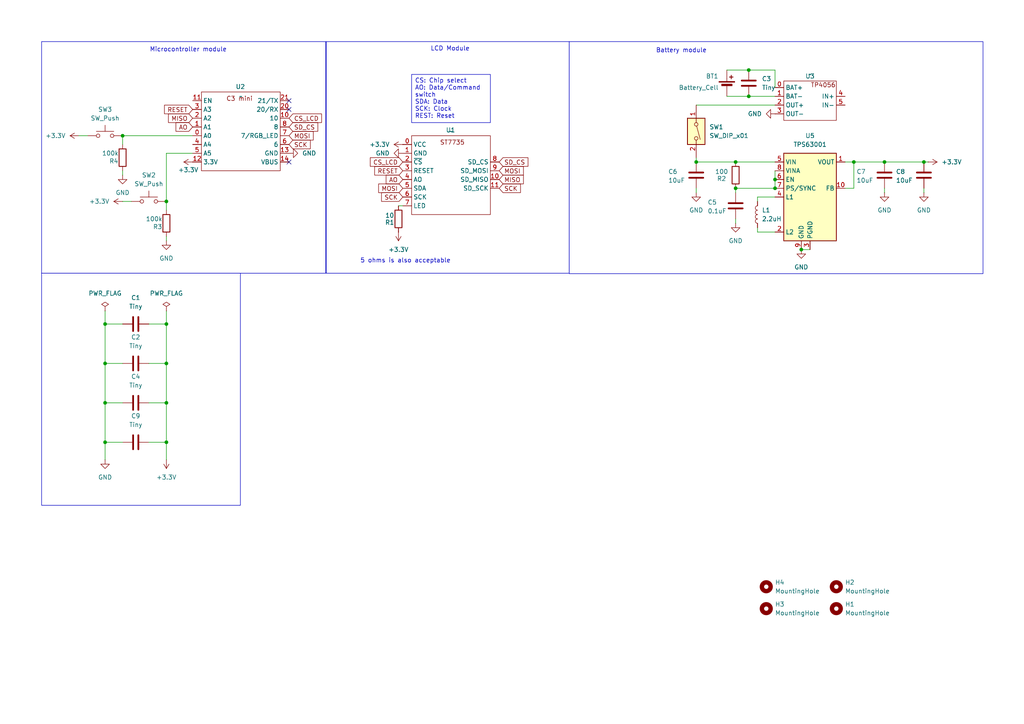
<source format=kicad_sch>
(kicad_sch (version 20241004) (generator "eeschema") (generator_version "8.99")
  (paper "A4")
  (title_block (title "Aniweather") (date "2024-12-05") (rev "v1.2") (company "Cyao") (comment 1 "Anime weather station"))
  (lib_symbols
    (symbol "Device:Battery_Cell" (pin_numbers (hide yes)) (pin_names (offset 0) (hide yes))
      (property "Reference" "BT" (at 2.54 2.54 0))
      (property "Value" "Battery_Cell" (at 2.54 0 0))
      (symbol "Battery_Cell_0_1"
        (rectangle (start -2.286 1.778) (end 2.286 1.524) (fill (type outline)))
        (rectangle (start -1.524 1.016) (end 1.524 0.508) (fill (type outline)))
        (polyline (pts (xy 0 1.778) (xy 0 2.54)))
        (polyline (pts (xy 0 0.762) (xy 0 0)))
        (polyline (pts (xy 0.762 3.048) (xy 1.778 3.048)) (stroke (width 0.254)))
        (polyline (pts (xy 1.27 3.556) (xy 1.27 2.54)) (stroke (width 0.254)))
      )
      (symbol "Battery_Cell_1_1"
        (pin passive line (at 0 5.08 270) (length 2.54) (name "+") (number "1"))
        (pin passive line (at 0 -2.54 90) (length 2.54) (name "-") (number "2"))
      )
    )
    (symbol "Device:C" (pin_numbers (hide yes)) (pin_names (offset 0.254))
      (property "Reference" "C" (at 0.635 2.54 0))
      (property "Value" "C" (at 0.635 -2.54 0))
      (symbol "C_0_1"
        (polyline (pts (xy -2.032 0.762) (xy 2.032 0.762)) (stroke (width 0.508)))
        (polyline (pts (xy -2.032 -0.762) (xy 2.032 -0.762)) (stroke (width 0.508)))
      )
      (symbol "C_1_1"
        (pin passive line (at 0 3.81 270) (length 2.794) (name "~") (number "1"))
        (pin passive line (at 0 -3.81 90) (length 2.794) (name "~") (number "2"))
      )
    )
    (symbol "Device:L" (pin_numbers (hide yes)) (pin_names (offset 1.016) (hide yes))
      (property "Reference" "L" (at -1.27 0 90))
      (property "Value" "L" (at 1.905 0 90))
      (symbol "L_0_1"
        (arc (start 0 2.54) (mid 0.6323 1.905) (end 0 1.27))
        (arc (start 0 1.27) (mid 0.6323 0.635) (end 0 0))
        (arc (start 0 0) (mid 0.6323 -0.635) (end 0 -1.27))
        (arc (start 0 -1.27) (mid 0.6323 -1.905) (end 0 -2.54))
      )
      (symbol "L_1_1"
        (pin passive line (at 0 3.81 270) (length 1.27) (name "1") (number "1"))
        (pin passive line (at 0 -3.81 90) (length 1.27) (name "2") (number "2"))
      )
    )
    (symbol "Device:R" (pin_numbers (hide yes)) (pin_names (offset 0))
      (property "Reference" "R" (at 2.032 0 90))
      (property "Value" "R" (at 0 0 90))
      (symbol "R_0_1"
        (rectangle (start -1.016 -2.54) (end 1.016 2.54) (stroke (width 0.254)))
      )
      (symbol "R_1_1"
        (pin passive line (at 0 3.81 270) (length 1.27) (name "~") (number "1"))
        (pin passive line (at 0 -3.81 90) (length 1.27) (name "~") (number "2"))
      )
    )
    (symbol "Mechanical:MountingHole" (pin_names (offset 1.016)) (exclude_from_sim yes) (in_bom no)
      (property "Reference" "H" (at 0 5.08 0))
      (property "Value" "MountingHole" (at 0 3.175 0))
      (symbol "MountingHole_0_1"
        (circle (center 0 0) (radius 1.27) (stroke (width 1.27)))
      )
    )
    (symbol "Regulator_Switching:TPS63001"
      (property "Reference" "U" (at -7.62 13.97 0))
      (property "Value" "TPS63001" (at 5.08 13.97 0))
      (symbol "TPS63001_0_1"
        (rectangle (start -7.62 12.7) (end 7.62 -12.7) (stroke (width 0.254)) (fill (type background)))
      )
      (symbol "TPS63001_1_1"
        (pin power_in line (at -10.16 10.16 0) (length 2.54) (name "VIN") (number "5"))
        (pin power_in line (at -10.16 7.62 0) (length 2.54) (name "VINA") (number "8"))
        (pin input line (at -10.16 5.08 0) (length 2.54) (name "EN") (number "6"))
        (pin input line (at -10.16 2.54 0) (length 2.54) (name "PS/SYNC") (number "7"))
        (pin input line (at -10.16 0 0) (length 2.54) (name "L1") (number "4"))
        (pin input line (at -10.16 -10.16 0) (length 2.54) (name "L2") (number "2"))
        (pin power_in line (at -2.54 -15.24 90) (length 2.54) (name "GND") (number "9"))
        (pin passive line (at 0 -15.24 90) (length 2.54) (hide yes) (name "PGND") (number "11"))
        (pin power_in line (at 0 -15.24 90) (length 2.54) (name "PGND") (number "3"))
        (pin power_out line (at 10.16 10.16 180) (length 2.54) (name "VOUT") (number "1"))
        (pin input line (at 10.16 2.54 180) (length 2.54) (name "FB") (number "10"))
      )
    )
    (symbol "Switch:SW_DIP_x01" (pin_names (offset 0) (hide yes))
      (property "Reference" "SW" (at 0 3.81 0))
      (property "Value" "SW_DIP_x01" (at 0 -3.81 0))
      (symbol "SW_DIP_x01_0_0"
        (circle (center -2.032 0) (radius 0.508))
        (polyline (pts (xy -1.524 0.127) (xy 2.3622 1.1684)))
        (circle (center 2.032 0) (radius 0.508))
      )
      (symbol "SW_DIP_x01_0_1"
        (rectangle (start -3.81 2.54) (end 3.81 -2.54) (stroke (width 0.254)) (fill (type background)))
      )
      (symbol "SW_DIP_x01_1_1"
        (pin passive line (at -7.62 0 0) (length 5.08) (name "~") (number "1"))
        (pin passive line (at 7.62 0 180) (length 5.08) (name "~") (number "2"))
      )
    )
    (symbol "Switch:SW_Push" (pin_numbers (hide yes)) (pin_names (offset 1.016) (hide yes))
      (property "Reference" "SW" (at 1.27 2.54 0))
      (property "Value" "SW_Push" (at 0 -1.524 0))
      (symbol "SW_Push_0_1"
        (circle (center -2.032 0) (radius 0.508))
        (polyline (pts (xy 0 1.27) (xy 0 3.048)))
        (circle (center 2.032 0) (radius 0.508))
        (polyline (pts (xy 2.54 1.27) (xy -2.54 1.27)))
        (pin passive line (at -5.08 0 0) (length 2.54) (name "1") (number "1"))
        (pin passive line (at 5.08 0 180) (length 2.54) (name "2") (number "2"))
      )
    )
    (symbol "asylum:C3-mini"
      (property "Reference" "U" (at 0 0 0))
      (symbol "C3-mini_0_1"
        (rectangle (start -11.43 11.43) (end 11.43 -11.43))
      )
      (symbol "C3-mini_1_1"
        (text "C3 mini\n" (at -0.381 9.525 0) (effects (font (size 1.27 1.27))))
        (pin input line (at -13.97 8.89 0) (length 2.54) (name "EN") (number "11"))
        (pin bidirectional line (at -13.97 6.35 0) (length 2.54) (name "A3") (number "3"))
        (pin bidirectional line (at -13.97 3.81 0) (length 2.54) (name "A2") (number "2"))
        (pin bidirectional line (at -13.97 1.27 0) (length 2.54) (name "A1") (number "1"))
        (pin bidirectional line (at -13.97 -1.27 0) (length 2.54) (name "A0") (number "0"))
        (pin bidirectional line (at -13.97 -3.81 0) (length 2.54) (name "A4") (number "4"))
        (pin bidirectional line (at -13.97 -6.35 0) (length 2.54) (name "A5") (number "5"))
        (pin power_out line (at -13.97 -8.89 0) (length 2.54) (name "3.3V") (number "12"))
        (pin bidirectional line (at 13.97 8.89 180) (length 2.54) (name "21/TX") (number "21"))
        (pin bidirectional line (at 13.97 6.35 180) (length 2.54) (name "20/RX") (number "20"))
        (pin bidirectional line (at 13.97 3.81 180) (length 2.54) (name "10") (number "10"))
        (pin bidirectional line (at 13.97 1.27 180) (length 2.54) (name "8") (number "8"))
        (pin bidirectional line (at 13.97 -1.27 180) (length 2.54) (name "7/RGB_LED") (number "7"))
        (pin bidirectional line (at 13.97 -3.81 180) (length 2.54) (name "6") (number "6"))
        (pin power_out line (at 13.97 -6.35 180) (length 2.54) (name "GND") (number "13"))
        (pin power_in line (at 13.97 -8.89 180) (length 2.54) (name "VBUS") (number "14"))
      )
    )
    (symbol "asylum:ST7735_128x160_1.8_SPI_LCD"
      (property "Reference" "U" (at 0 0 0))
      (symbol "ST7735_128x160_1.8_SPI_LCD_0_1"
        (rectangle (start -11.43 11.43) (end 11.43 -11.43))
      )
      (symbol "ST7735_128x160_1.8_SPI_LCD_1_1"
        (text "ST7735" (at 0.381 9.525 0) (effects (font (size 1.27 1.27))))
        (pin power_out line (at -13.97 8.89 0) (length 2.54) (name "VCC") (number "0"))
        (pin power_out line (at -13.97 6.35 0) (length 2.54) (name "GND") (number "1"))
        (pin input line (at -13.97 3.81 0) (length 2.54) (name "~{CS}") (number "2"))
        (pin input line (at -13.97 1.27 0) (length 2.54) (name "RESET") (number "3"))
        (pin input line (at -13.97 -1.27 0) (length 2.54) (name "AO") (number "4"))
        (pin input line (at -13.97 -3.81 0) (length 2.54) (name "SDA") (number "5"))
        (pin input line (at -13.97 -6.35 0) (length 2.54) (name "SCK") (number "6"))
        (pin input line (at -13.97 -8.89 0) (length 2.54) (name "LED") (number "7"))
        (pin input line (at 13.97 3.81 180) (length 2.54) (name "SD_CS") (number "8"))
        (pin input line (at 13.97 1.27 180) (length 2.54) (name "SD_MOSI") (number "9"))
        (pin output line (at 13.97 -1.27 180) (length 2.54) (name "SD_MISO") (number "10"))
        (pin input line (at 13.97 -3.81 180) (length 2.54) (name "SD_SCK") (number "11"))
      )
    )
    (symbol "asylum:TP4056"
      (property "Reference" "U" (at 0 0 0))
      (symbol "TP4056_0_1"
        (rectangle (start -7.62 5.715) (end 7.62 -5.715))
      )
      (symbol "TP4056_1_1"
        (text "TP4056\n" (at 3.81 4.572 0) (effects (font (size 1.27 1.27))))
        (pin power_out line (at -10.16 3.81 0) (length 2.54) (name "BAT+") (number "0"))
        (pin power_out line (at -10.16 1.27 0) (length 2.54) (name "BAT-") (number "1"))
        (pin power_out line (at -10.16 -1.27 0) (length 2.54) (name "OUT+") (number "2"))
        (pin power_out line (at -10.16 -3.81 0) (length 2.54) (name "OUT-") (number "3"))
        (pin power_out line (at 10.16 1.27 180) (length 2.54) (name "IN+") (number "4"))
        (pin power_out line (at 10.16 -1.27 180) (length 2.54) (name "IN-") (number "5"))
      )
    )
    (symbol "power:+3.3V" (power) (pin_numbers (hide yes)) (pin_names (offset 0) (hide yes))
      (property "Value" "+3.3V" (at 0 3.556 0))
      (symbol "+3.3V_0_1"
        (polyline (pts (xy -0.762 1.27) (xy 0 2.54)))
        (polyline (pts (xy 0 2.54) (xy 0.762 1.27)))
        (polyline (pts (xy 0 0) (xy 0 2.54)))
      )
      (symbol "+3.3V_1_1"
        (pin power_in line (at 0 0 90) (length 0) (name "~") (number "1"))
      )
    )
    (symbol "power:GND" (power) (pin_numbers (hide yes)) (pin_names (offset 0) (hide yes))
      (property "Value" "GND" (at 0 -3.81 0))
      (symbol "GND_0_1"
        (polyline (pts (xy 0 0) (xy 0 -1.27) (xy 1.27 -1.27) (xy 0 -2.54) (xy -1.27 -1.27) (xy 0 -1.27)))
      )
      (symbol "GND_1_1"
        (pin power_in line (at 0 0 270) (length 0) (name "~") (number "1"))
      )
    )
    (symbol "power:PWR_FLAG" (power) (pin_numbers (hide yes)) (pin_names (offset 0) (hide yes))
      (property "Value" "PWR_FLAG" (at 0 3.81 0))
      (symbol "PWR_FLAG_0_0"
        (pin power_out line (at 0 0 90) (length 0) (name "~") (number "1"))
      )
      (symbol "PWR_FLAG_0_1"
        (polyline (pts (xy 0 0) (xy 0 1.27) (xy -1.016 1.905) (xy 0 2.54) (xy 1.016 1.905) (xy 0 1.27)))
      )
    )
  )
  (rectangle (start 165.1 12.065) (end 285.115 79.375))
  (rectangle (start 12.065 12.065) (end 94.488 79.248))
  (rectangle (start 12.065 79.248) (end 69.723 146.558))
  (rectangle (start 94.615 12.065) (end 165.1 79.248))
  (text "Microcontroller module" (at 54.61 14.478 0) (effects (font (size 1.27 1.27))))
  (text "Battery module" (at 197.612 14.732 0) (effects (font (size 1.27 1.27))))
  (text "5 ohms is also acceptable" (at 117.602 75.692 0) (effects (font (size 1.27 1.27))))
  (text "LCD Module" (at 130.556 14.224 0) (effects (font (size 1.27 1.27))))
  (text_box "CS: Chip select\nAO: Data/Command switch\nSDA: Data\nSCK: Clock\nREST: Reset" (at 119.38 21.59 0) (size 22.86 13.97) (margins 0.9525 0.9525 0.9525 0.9525) (effects (font (size 1.27 1.27)) (justify left top)))
  (junction (at 30.48 128.27))
  (junction (at 30.48 105.41))
  (junction (at 217.17 20.32))
  (junction (at 224.79 54.61))
  (junction (at 30.48 116.84))
  (junction (at 48.26 128.27))
  (junction (at 213.36 54.61))
  (junction (at 48.26 105.41))
  (junction (at 48.26 58.42))
  (junction (at 48.26 93.98))
  (junction (at 256.54 46.99))
  (junction (at 267.97 46.99))
  (junction (at 35.56 39.37))
  (junction (at 213.36 46.99))
  (junction (at 232.41 72.39))
  (junction (at 224.79 52.07))
  (junction (at 247.65 46.99))
  (junction (at 48.26 116.84))
  (junction (at 217.17 27.94))
  (junction (at 201.93 46.99))
  (junction (at 30.48 93.98))
  (no_connect (at 83.82 46.99))
  (no_connect (at 83.82 29.21))
  (no_connect (at 83.82 31.75))
  (wire (pts (xy 35.56 50.8) (xy 35.56 49.53)))
  (wire (pts (xy 30.48 93.98) (xy 30.48 105.41)))
  (wire (pts (xy 256.54 54.61) (xy 256.54 55.88)))
  (wire (pts (xy 213.36 54.61) (xy 224.79 54.61)))
  (wire (pts (xy 219.71 58.42) (xy 219.71 57.15)))
  (wire (pts (xy 48.26 128.27) (xy 48.26 133.35)))
  (wire (pts (xy 22.86 39.37) (xy 25.4 39.37)))
  (wire (pts (xy 48.26 93.98) (xy 48.26 105.41)))
  (wire (pts (xy 115.57 59.69) (xy 116.84 59.69)))
  (wire (pts (xy 213.36 64.77) (xy 213.36 63.5)))
  (wire (pts (xy 43.18 93.98) (xy 48.26 93.98)))
  (wire (pts (xy 48.26 105.41) (xy 48.26 116.84)))
  (wire (pts (xy 35.56 39.37) (xy 35.56 41.91)))
  (wire (pts (xy 201.93 30.48) (xy 224.79 30.48)))
  (wire (pts (xy 48.26 90.17) (xy 48.26 93.98)))
  (wire (pts (xy 201.93 55.88) (xy 201.93 54.61)))
  (wire (pts (xy 232.41 72.39) (xy 234.95 72.39)))
  (wire (pts (xy 269.24 46.99) (xy 267.97 46.99)))
  (wire (pts (xy 245.11 54.61) (xy 247.65 54.61)))
  (wire (pts (xy 48.26 69.85) (xy 48.26 68.58)))
  (wire (pts (xy 43.18 128.27) (xy 48.26 128.27)))
  (wire (pts (xy 48.26 116.84) (xy 48.26 128.27)))
  (wire (pts (xy 35.56 116.84) (xy 30.48 116.84)))
  (wire (pts (xy 219.71 57.15) (xy 224.79 57.15)))
  (wire (pts (xy 224.79 52.07) (xy 224.79 54.61)))
  (wire (pts (xy 210.82 20.32) (xy 217.17 20.32)))
  (wire (pts (xy 30.48 128.27) (xy 35.56 128.27)))
  (wire (pts (xy 30.48 116.84) (xy 30.48 128.27)))
  (wire (pts (xy 30.48 90.17) (xy 30.48 93.98)))
  (wire (pts (xy 224.79 20.32) (xy 224.79 25.4)))
  (wire (pts (xy 267.97 46.99) (xy 256.54 46.99)))
  (wire (pts (xy 256.54 46.99) (xy 247.65 46.99)))
  (wire (pts (xy 201.93 46.99) (xy 213.36 46.99)))
  (wire (pts (xy 35.56 58.42) (xy 38.1 58.42)))
  (wire (pts (xy 247.65 54.61) (xy 247.65 46.99)))
  (wire (pts (xy 201.93 45.72) (xy 201.93 46.99)))
  (wire (pts (xy 213.36 54.61) (xy 213.36 55.88)))
  (wire (pts (xy 224.79 49.53) (xy 224.79 52.07)))
  (wire (pts (xy 30.48 128.27) (xy 30.48 133.35)))
  (wire (pts (xy 217.17 20.32) (xy 224.79 20.32)))
  (wire (pts (xy 213.36 46.99) (xy 224.79 46.99)))
  (wire (pts (xy 48.26 58.42) (xy 48.26 60.96)))
  (wire (pts (xy 43.18 105.41) (xy 48.26 105.41)))
  (wire (pts (xy 35.56 39.37) (xy 55.88 39.37)))
  (wire (pts (xy 267.97 54.61) (xy 267.97 55.88)))
  (wire (pts (xy 43.18 116.84) (xy 48.26 116.84)))
  (wire (pts (xy 35.56 105.41) (xy 30.48 105.41)))
  (wire (pts (xy 219.71 67.31) (xy 219.71 66.04)))
  (wire (pts (xy 210.82 27.94) (xy 217.17 27.94)))
  (wire (pts (xy 217.17 27.94) (xy 224.79 27.94)))
  (wire (pts (xy 35.56 93.98) (xy 30.48 93.98)))
  (wire (pts (xy 48.26 44.45) (xy 55.88 44.45)))
  (wire (pts (xy 30.48 105.41) (xy 30.48 116.84)))
  (wire (pts (xy 224.79 67.31) (xy 219.71 67.31)))
  (wire (pts (xy 48.26 58.42) (xy 48.26 44.45)))
  (wire (pts (xy 247.65 46.99) (xy 245.11 46.99)))
  (global_label "AO" (shape input) (at 55.88 36.83 180) (property "Intersheetrefs" "${INTERSHEET_REFS}" (effects (hide yes))))
  (global_label "RESET" (shape input) (at 116.84 49.53 180) (property "Intersheetrefs" "${INTERSHEET_REFS}" (effects (hide yes))))
  (global_label "AO" (shape input) (at 116.84 52.07 180) (property "Intersheetrefs" "${INTERSHEET_REFS}" (effects (hide yes))))
  (global_label "MOSI" (shape input) (at 116.84 54.61 180) (property "Intersheetrefs" "${INTERSHEET_REFS}" (effects (hide yes))))
  (global_label "MOSI" (shape input) (at 144.78 49.53 0) (property "Intersheetrefs" "${INTERSHEET_REFS}" (effects (hide yes))))
  (global_label "MISO" (shape input) (at 144.78 52.07 0) (property "Intersheetrefs" "${INTERSHEET_REFS}" (effects (hide yes))))
  (global_label "SCK" (shape input) (at 116.84 57.15 180) (property "Intersheetrefs" "${INTERSHEET_REFS}" (effects (hide yes))))
  (global_label "SCK" (shape input) (at 83.82 41.91 0) (property "Intersheetrefs" "${INTERSHEET_REFS}" (effects (hide yes))))
  (global_label "MOSI" (shape input) (at 83.82 39.37 0) (property "Intersheetrefs" "${INTERSHEET_REFS}" (effects (hide yes))))
  (global_label "RESET" (shape input) (at 55.88 31.75 180) (property "Intersheetrefs" "${INTERSHEET_REFS}" (effects (hide yes))))
  (global_label "MISO" (shape input) (at 55.88 34.29 180) (property "Intersheetrefs" "${INTERSHEET_REFS}" (effects (hide yes))))
  (global_label "CS_LCD" (shape input) (at 83.82 34.29 0) (property "Intersheetrefs" "${INTERSHEET_REFS}" (effects (hide yes))))
  (global_label "SD_CS" (shape input) (at 144.78 46.99 0) (property "Intersheetrefs" "${INTERSHEET_REFS}" (effects (hide yes))))
  (global_label "SCK" (shape input) (at 144.78 54.61 0) (property "Intersheetrefs" "${INTERSHEET_REFS}" (effects (hide yes))))
  (global_label "SD_CS" (shape input) (at 83.82 36.83 0) (property "Intersheetrefs" "${INTERSHEET_REFS}" (effects (hide yes))))
  (global_label "CS_LCD" (shape input) (at 116.84 46.99 180) (property "Intersheetrefs" "${INTERSHEET_REFS}" (effects (hide yes))))
  (symbol (lib_id "power:+3.3V") (at 22.86 39.37 90) (unit 1)
    (property "Reference" "#PWR017" (effects (hide yes)))
    (property "Value" "+3.3V" (at 19.05 39.3699 90) (effects (justify left)))
    (property "Description" "Power symbol creates a global label with name \"+3.3V\"" (effects (hide yes)))
  )
  (symbol (lib_id "Device:C") (at 213.36 59.69 0) (unit 1)
    (property "Reference" "C5" (at 205.232 58.674 0) (effects (justify left)))
    (property "Value" "0.1uF" (at 205.232 61.214 0) (effects (justify left)))
    (property "Footprint" "Capacitor_THT:C_Disc_D5.0mm_W2.5mm_P2.50mm" (effects (hide yes)))
    (property "Description" "Unpolarized capacitor" (effects (hide yes)))
  )
  (symbol (lib_id "power:GND") (at 48.26 69.85 0) (unit 1)
    (property "Reference" "#PWR02" (effects (hide yes)))
    (property "Value" "GND" (at 48.26 74.93 0))
    (property "Description" "Power symbol creates a global label with name \"GND\" , ground" (effects (hide yes)))
  )
  (symbol (lib_id "Device:C") (at 267.97 50.8 0) (unit 1)
    (property "Reference" "C8" (at 259.842 49.784 0) (effects (justify left)))
    (property "Value" "10uF" (at 259.842 52.324 0) (effects (justify left)))
    (property "Footprint" "Capacitor_THT:C_Disc_D5.0mm_W2.5mm_P2.50mm" (effects (hide yes)))
    (property "Description" "Unpolarized capacitor" (effects (hide yes)))
  )
  (symbol (lib_id "Device:C") (at 39.37 116.84 270) (unit 1)
    (property "Reference" "C4" (at 39.37 109.22 90))
    (property "Value" "Tiny" (at 39.37 111.76 90))
    (property "Footprint" "Capacitor_THT:C_Disc_D5.0mm_W2.5mm_P2.50mm" (effects (hide yes)))
    (property "Description" "Unpolarized capacitor" (effects (hide yes)))
  )
  (symbol (lib_id "Device:C") (at 256.54 50.8 0) (unit 1)
    (property "Reference" "C7" (at 248.412 49.784 0) (effects (justify left)))
    (property "Value" "10uF" (at 248.412 52.324 0) (effects (justify left)))
    (property "Footprint" "Capacitor_THT:C_Disc_D5.0mm_W2.5mm_P2.50mm" (effects (hide yes)))
    (property "Description" "Unpolarized capacitor" (effects (hide yes)))
  )
  (symbol (lib_id "Device:C") (at 39.37 93.98 90) (unit 1)
    (property "Reference" "C1" (at 39.37 86.36 90))
    (property "Value" "Tiny" (at 39.37 88.9 90))
    (property "Footprint" "Capacitor_THT:C_Disc_D5.0mm_W2.5mm_P2.50mm" (effects (hide yes)))
    (property "Description" "Unpolarized capacitor" (effects (hide yes)))
  )
  (symbol (lib_id "power:GND") (at 213.36 64.77 0) (unit 1)
    (property "Reference" "#PWR013" (effects (hide yes)))
    (property "Value" "GND" (at 213.36 69.85 0))
    (property "Description" "Power symbol creates a global label with name \"GND\" , ground" (effects (hide yes)))
  )
  (symbol (lib_id "power:+3.3V") (at 269.24 46.99 270) (unit 1)
    (property "Reference" "#PWR07" (effects (hide yes)))
    (property "Value" "+3.3V" (at 273.05 46.9899 90) (effects (justify left)))
    (property "Description" "Power symbol creates a global label with name \"+3.3V\"" (effects (hide yes)))
  )
  (symbol (lib_id "power:GND") (at 267.97 55.88 0) (unit 1)
    (property "Reference" "#PWR015" (effects (hide yes)))
    (property "Value" "GND" (at 267.97 60.96 0))
    (property "Description" "Power symbol creates a global label with name \"GND\" , ground" (effects (hide yes)))
  )
  (symbol (lib_id "Regulator_Switching:TPS63001") (at 234.95 57.15 0) (unit 1)
    (property "Reference" "U5" (at 234.95 39.37 0))
    (property "Value" "TPS63001" (at 234.95 41.91 0))
    (property "Footprint" "Package_SON:Texas_DRC0010J_ThermalVias" (effects (hide yes)))
    (property "Datasheet" "http://www.ti.com/lit/ds/symlink/tps63000.pdf" (effects (hide yes)))
    (property "Description" "Buck-Boost Converter, 1.8-5.5V Input Voltage, 1.7A Switch Current, 3.3V Output Voltage, VSON-10" (effects (hide yes)))
  )
  (symbol (lib_id "Device:C") (at 39.37 128.27 270) (unit 1)
    (property "Reference" "C9" (at 39.37 120.65 90))
    (property "Value" "Tiny" (at 39.37 123.19 90))
    (property "Footprint" "Capacitor_THT:C_Disc_D5.0mm_W2.5mm_P2.50mm" (effects (hide yes)))
    (property "Description" "Unpolarized capacitor" (effects (hide yes)))
  )
  (symbol (lib_id "power:GND") (at 116.84 44.45 270) (unit 1)
    (property "Reference" "#PWR04" (effects (hide yes)))
    (property "Value" "GND" (at 113.03 44.4499 90) (effects (justify right)))
    (property "Description" "Power symbol creates a global label with name \"GND\" , ground" (effects (hide yes)))
  )
  (symbol (lib_id "Mechanical:MountingHole") (at 242.57 176.53 0) (unit 1) (exclude_from_sim yes) (in_bom no)
    (property "Reference" "H1" (at 245.11 175.2599 0) (effects (justify left)))
    (property "Value" "MountingHole" (at 245.11 177.7999 0) (effects (justify left)))
    (property "Footprint" "MountingHole:MountingHole_3.2mm_M3" (effects (hide yes)))
    (property "Description" "Mounting Hole without connection" (effects (hide yes)))
  )
  (symbol (lib_id "power:PWR_FLAG") (at 48.26 90.17 0) (unit 1)
    (property "Reference" "#FLG01" (effects (hide yes)))
    (property "Value" "PWR_FLAG" (at 48.26 85.09 0))
    (property "Description" "Special symbol for telling ERC where power comes from" (effects (hide yes)))
  )
  (symbol (lib_id "Device:R") (at 35.56 45.72 180) (unit 1)
    (property "Reference" "R4" (at 33.02 46.736 0))
    (property "Value" "100k" (at 32.004 44.45 0))
    (property "Footprint" "Resistor_THT:R_Axial_DIN0207_L6.3mm_D2.5mm_P10.16mm_Horizontal" (effects (hide yes)))
    (property "Description" "Resistor" (effects (hide yes)))
  )
  (symbol (lib_id "Mechanical:MountingHole") (at 242.57 170.18 0) (unit 1) (exclude_from_sim yes) (in_bom no)
    (property "Reference" "H2" (at 245.11 168.9099 0) (effects (justify left)))
    (property "Value" "MountingHole" (at 245.11 171.4499 0) (effects (justify left)))
    (property "Footprint" "MountingHole:MountingHole_3.2mm_M3" (effects (hide yes)))
    (property "Description" "Mounting Hole without connection" (effects (hide yes)))
  )
  (symbol (lib_id "Switch:SW_Push") (at 43.18 58.42 0) (unit 1)
    (property "Reference" "SW2" (at 43.18 50.8 0))
    (property "Value" "SW_Push" (at 43.18 53.34 0))
    (property "Footprint" "Button_Switch_THT:SW_PUSH_6mm" (effects (hide yes)))
    (property "Description" "Push button switch, generic, two pins" (effects (hide yes)))
  )
  (symbol (lib_id "power:PWR_FLAG") (at 30.48 90.17 0) (unit 1)
    (property "Reference" "#FLG02" (effects (hide yes)))
    (property "Value" "PWR_FLAG" (at 30.48 85.09 0))
    (property "Description" "Special symbol for telling ERC where power comes from" (effects (hide yes)))
  )
  (symbol (lib_id "power:GND") (at 232.41 72.39 0) (unit 1)
    (property "Reference" "#PWR012" (effects (hide yes)))
    (property "Value" "GND" (at 232.41 77.47 0))
    (property "Description" "Power symbol creates a global label with name \"GND\" , ground" (effects (hide yes)))
  )
  (symbol (lib_id "power:+3.3V") (at 116.84 41.91 90) (unit 1)
    (property "Reference" "#PWR05" (effects (hide yes)))
    (property "Value" "+3.3V" (at 113.03 41.9099 90) (effects (justify left)))
    (property "Description" "Power symbol creates a global label with name \"+3.3V\"" (effects (hide yes)))
  )
  (symbol (lib_id "power:GND") (at 83.82 44.45 90) (unit 1)
    (property "Reference" "#PWR03" (effects (hide yes)))
    (property "Value" "GND" (at 87.63 44.4499 90) (effects (justify right)))
    (property "Description" "Power symbol creates a global label with name \"GND\" , ground" (effects (hide yes)))
  )
  (symbol (lib_id "Device:R") (at 115.57 63.5 180) (unit 1)
    (property "Reference" "R1" (at 113.03 64.516 0))
    (property "Value" "10" (at 113.03 62.484 0))
    (property "Footprint" "Resistor_THT:R_Axial_DIN0207_L6.3mm_D2.5mm_P10.16mm_Horizontal" (effects (hide yes)))
    (property "Description" "Resistor" (effects (hide yes)))
  )
  (symbol (lib_id "Mechanical:MountingHole") (at 222.25 170.18 0) (unit 1) (exclude_from_sim yes) (in_bom no)
    (property "Reference" "H4" (at 224.79 168.9099 0) (effects (justify left)))
    (property "Value" "MountingHole" (at 224.79 171.4499 0) (effects (justify left)))
    (property "Footprint" "MountingHole:MountingHole_3.2mm_M3" (effects (hide yes)))
    (property "Description" "Mounting Hole without connection" (effects (hide yes)))
  )
  (symbol (lib_id "power:+3.3V") (at 115.57 67.31 180) (unit 1)
    (property "Reference" "#PWR06" (effects (hide yes)))
    (property "Value" "+3.3V" (at 115.57 72.39 0))
    (property "Description" "Power symbol creates a global label with name \"+3.3V\"" (effects (hide yes)))
  )
  (symbol (lib_id "Device:R") (at 213.36 50.8 180) (unit 1)
    (property "Reference" "R2" (at 209.296 51.816 0))
    (property "Value" "100" (at 209.296 49.784 0))
    (property "Footprint" "Resistor_THT:R_Axial_DIN0207_L6.3mm_D2.5mm_P10.16mm_Horizontal" (effects (hide yes)))
    (property "Description" "Resistor" (effects (hide yes)))
  )
  (symbol (lib_id "asylum:TP4056") (at 234.95 29.21 0) (unit 1)
    (property "Reference" "U3" (at 234.95 22.098 0))
    (property "Value" "~" (at 234.95 21.59 0))
    (property "Footprint" "asylum:TP4056" (effects (hide yes)))
  )
  (symbol (lib_id "power:GND") (at 30.48 133.35 0) (unit 1)
    (property "Reference" "#PWR011" (effects (hide yes)))
    (property "Value" "GND" (at 30.48 138.43 0))
    (property "Description" "Power symbol creates a global label with name \"GND\" , ground" (effects (hide yes)))
  )
  (symbol (lib_id "Switch:SW_DIP_x01") (at 201.93 38.1 270) (unit 1)
    (property "Reference" "SW1" (at 205.74 36.8299 90) (effects (justify left)))
    (property "Value" "SW_DIP_x01" (at 205.74 39.3699 90) (effects (justify left)))
    (property "Footprint" "Button_Switch_THT:SW_DIP_SPSTx01_Slide_9.78x4.72mm_W7.62mm_P2.54mm" (effects (hide yes)))
    (property "Description" "1x DIP Switch, Single Pole Single Throw (SPST) switch, small symbol" (effects (hide yes)))
  )
  (symbol (lib_id "asylum:C3-mini") (at 69.85 38.1 0) (unit 1)
    (property "Reference" "U2" (at 69.723 25.146 0))
    (property "Value" "~" (at 69.85 27.94 0))
    (property "Footprint" "asylum:WEMOS_C1_mini" (effects (hide yes)))
  )
  (symbol (lib_id "power:GND") (at 224.79 33.02 270) (unit 1)
    (property "Reference" "#PWR08" (effects (hide yes)))
    (property "Value" "GND" (at 220.98 33.0199 90) (effects (justify right)))
    (property "Description" "Power symbol creates a global label with name \"GND\" , ground" (effects (hide yes)))
  )
  (symbol (lib_id "Device:L") (at 219.71 62.23 180) (unit 1)
    (property "Reference" "L1" (at 220.98 60.9599 0) (effects (justify right)))
    (property "Value" "2.2uH" (at 220.98 63.4999 0) (effects (justify right)))
    (property "Footprint" "Inductor_SMD:L_1210_3225Metric" (effects (hide yes)))
    (property "Description" "Inductor" (effects (hide yes)))
  )
  (symbol (lib_id "power:GND") (at 35.56 50.8 0) (unit 1)
    (property "Reference" "#PWR018" (effects (hide yes)))
    (property "Value" "GND" (at 35.56 55.88 0))
    (property "Description" "Power symbol creates a global label with name \"GND\" , ground" (effects (hide yes)))
  )
  (symbol (lib_id "Device:Battery_Cell") (at 210.82 25.4 0) (unit 1)
    (property "Reference" "BT1" (at 204.724 22.098 0) (effects (justify left)))
    (property "Value" "Battery_Cell" (at 196.85 25.4 0) (effects (justify left)))
    (property "Footprint" "TestPoint:TestPoint_2Pads_Pitch5.08mm_Drill1.3mm" (effects (hide yes)))
    (property "Description" "Single-cell battery" (effects (hide yes)))
  )
  (symbol (lib_id "Device:C") (at 201.93 50.8 0) (unit 1)
    (property "Reference" "C6" (at 193.802 49.784 0) (effects (justify left)))
    (property "Value" "10uF" (at 193.802 52.324 0) (effects (justify left)))
    (property "Footprint" "Capacitor_THT:C_Disc_D5.0mm_W2.5mm_P2.50mm" (effects (hide yes)))
    (property "Description" "Unpolarized capacitor" (effects (hide yes)))
  )
  (symbol (lib_id "power:+3.3V") (at 35.56 58.42 90) (unit 1)
    (property "Reference" "#PWR09" (effects (hide yes)))
    (property "Value" "+3.3V" (at 31.75 58.4199 90) (effects (justify left)))
    (property "Description" "Power symbol creates a global label with name \"+3.3V\"" (effects (hide yes)))
  )
  (symbol (lib_id "asylum:ST7735_128x160_1.8_SPI_LCD") (at 130.81 50.8 0) (unit 1)
    (property "Reference" "U1" (at 130.683 37.719 0))
    (property "Value" "~" (at 130.81 38.1 0))
    (property "Footprint" "asylum:ST7735" (effects (hide yes)))
  )
  (symbol (lib_id "power:+3.3V") (at 55.88 46.99 90) (unit 1)
    (property "Reference" "#PWR01" (effects (hide yes)))
    (property "Value" "+3.3V" (at 54.61 49.276 90))
    (property "Description" "Power symbol creates a global label with name \"+3.3V\"" (effects (hide yes)))
  )
  (symbol (lib_id "power:GND") (at 201.93 55.88 0) (unit 1)
    (property "Reference" "#PWR016" (effects (hide yes)))
    (property "Value" "GND" (at 201.93 60.96 0))
    (property "Description" "Power symbol creates a global label with name \"GND\" , ground" (effects (hide yes)))
  )
  (symbol (lib_id "power:+3.3V") (at 48.26 133.35 180) (unit 1)
    (property "Reference" "#PWR010" (effects (hide yes)))
    (property "Value" "+3.3V" (at 48.26 138.43 0))
    (property "Description" "Power symbol creates a global label with name \"+3.3V\"" (effects (hide yes)))
  )
  (symbol (lib_id "Mechanical:MountingHole") (at 222.25 176.53 0) (unit 1) (exclude_from_sim yes) (in_bom no)
    (property "Reference" "H3" (at 224.79 175.2599 0) (effects (justify left)))
    (property "Value" "MountingHole" (at 224.79 177.7999 0) (effects (justify left)))
    (property "Footprint" "MountingHole:MountingHole_3.2mm_M3" (effects (hide yes)))
    (property "Description" "Mounting Hole without connection" (effects (hide yes)))
  )
  (symbol (lib_id "Device:R") (at 48.26 64.77 180) (unit 1)
    (property "Reference" "R3" (at 45.72 65.786 0))
    (property "Value" "100k" (at 44.704 63.5 0))
    (property "Footprint" "Resistor_THT:R_Axial_DIN0207_L6.3mm_D2.5mm_P10.16mm_Horizontal" (effects (hide yes)))
    (property "Description" "Resistor" (effects (hide yes)))
  )
  (symbol (lib_id "power:GND") (at 256.54 55.88 0) (unit 1)
    (property "Reference" "#PWR014" (effects (hide yes)))
    (property "Value" "GND" (at 256.54 60.96 0))
    (property "Description" "Power symbol creates a global label with name \"GND\" , ground" (effects (hide yes)))
  )
  (symbol (lib_id "Device:C") (at 217.17 24.13 0) (unit 1)
    (property "Reference" "C3" (at 220.98 22.8599 0) (effects (justify left)))
    (property "Value" "Tiny" (at 220.98 25.3999 0) (effects (justify left)))
    (property "Footprint" "Capacitor_THT:C_Disc_D5.0mm_W2.5mm_P2.50mm" (effects (hide yes)))
    (property "Description" "Unpolarized capacitor" (effects (hide yes)))
  )
  (symbol (lib_id "Device:C") (at 39.37 105.41 90) (unit 1)
    (property "Reference" "C2" (at 39.37 97.79 90))
    (property "Value" "Tiny" (at 39.37 100.33 90))
    (property "Footprint" "Capacitor_THT:C_Disc_D5.0mm_W2.5mm_P2.50mm" (effects (hide yes)))
    (property "Description" "Unpolarized capacitor" (effects (hide yes)))
  )
  (symbol (lib_id "Switch:SW_Push") (at 30.48 39.37 0) (unit 1)
    (property "Reference" "SW3" (at 30.48 31.75 0))
    (property "Value" "SW_Push" (at 30.48 34.29 0))
    (property "Footprint" "Button_Switch_THT:SW_PUSH_6mm" (effects (hide yes)))
    (property "Description" "Push button switch, generic, two pins" (effects (hide yes)))
  )
)
</source>
